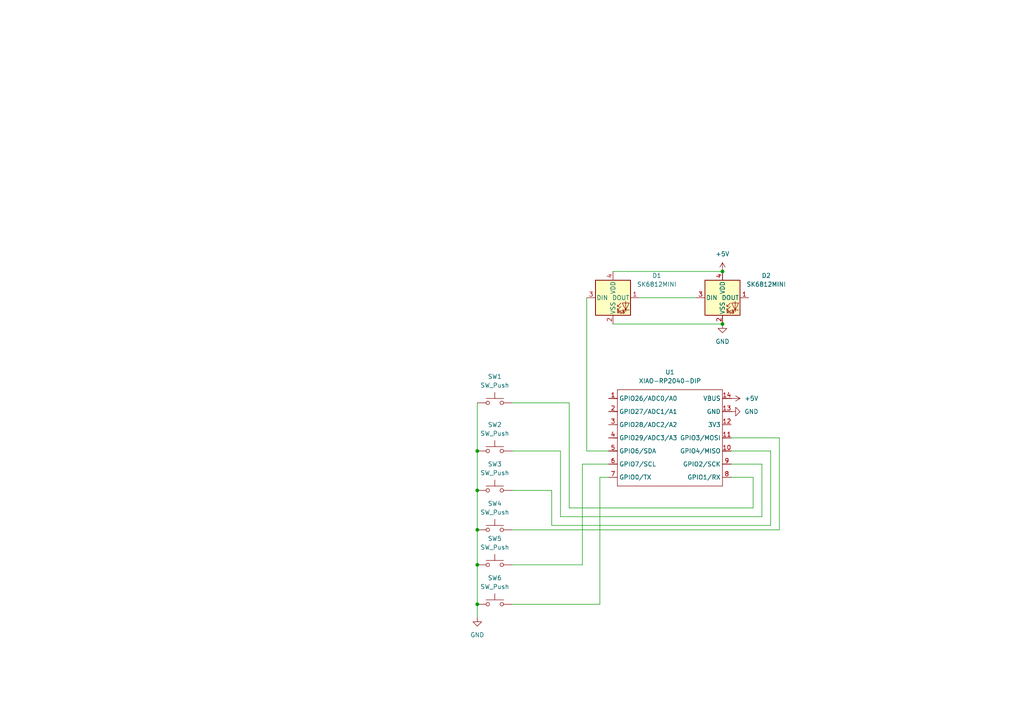
<source format=kicad_sch>
(kicad_sch (version 20250114) (generator "eeschema") (generator_version "9.0")
  (paper "A4")
  (lib_symbols
    (symbol "LED:SK6812MINI" (pin_names (offset 0.254))
      (property "Reference" "D" (at 5.08 5.715 0))
      (property "Value" "SK6812MINI" (at 1.27 -5.715 0))
      (symbol "SK6812MINI_0_0"
        (text "RGB" (at 2.286 -4.191 0) (effects (font (size 0.762 0.762))))
      )
      (symbol "SK6812MINI_0_1"
        (polyline (pts (xy 1.27 -2.54) (xy 1.778 -2.54)))
        (polyline (pts (xy 1.27 -3.556) (xy 1.778 -3.556)))
        (polyline (pts (xy 2.286 -1.524) (xy 1.27 -2.54) (xy 1.27 -2.032)))
        (polyline (pts (xy 2.286 -2.54) (xy 1.27 -3.556) (xy 1.27 -3.048)))
        (polyline (pts (xy 3.683 -1.016) (xy 3.683 -3.556) (xy 3.683 -4.064)))
        (polyline (pts (xy 4.699 -1.524) (xy 2.667 -1.524) (xy 3.683 -3.556) (xy 4.699 -1.524)))
        (polyline (pts (xy 4.699 -3.556) (xy 2.667 -3.556)))
        (rectangle (start 5.08 5.08) (end -5.08 -5.08) (stroke (width 0.254)) (fill (type background)))
      )
      (symbol "SK6812MINI_1_1"
        (pin input line (at -7.62 0 0) (length 2.54) (name "DIN") (number "3"))
        (pin power_in line (at 0 7.62 270) (length 2.54) (name "VDD") (number "4"))
        (pin power_in line (at 0 -7.62 90) (length 2.54) (name "VSS") (number "2"))
        (pin output line (at 7.62 0 180) (length 2.54) (name "DOUT") (number "1"))
      )
    )
    (symbol "OPL:XIAO-RP2040-DIP"
      (property "Reference" "U" (at 0 0 0))
      (property "Value" "XIAO-RP2040-DIP" (at 5.334 -1.778 0))
      (symbol "XIAO-RP2040-DIP_1_0"
        (polyline (pts (xy -1.27 -2.54) (xy 29.21 -2.54)) (stroke (width 0.1524)))
        (polyline (pts (xy -1.27 -5.08) (xy -2.54 -5.08)) (stroke (width 0.1524)))
        (polyline (pts (xy -1.27 -5.08) (xy -1.27 -2.54)) (stroke (width 0.1524)))
        (polyline (pts (xy -1.27 -8.89) (xy -2.54 -8.89)) (stroke (width 0.1524)))
        (polyline (pts (xy -1.27 -8.89) (xy -1.27 -5.08)) (stroke (width 0.1524)))
        (polyline (pts (xy -1.27 -12.7) (xy -2.54 -12.7)) (stroke (width 0.1524)))
        (polyline (pts (xy -1.27 -12.7) (xy -1.27 -8.89)) (stroke (width 0.1524)))
        (polyline (pts (xy -1.27 -16.51) (xy -2.54 -16.51)) (stroke (width 0.1524)))
        (polyline (pts (xy -1.27 -16.51) (xy -1.27 -12.7)) (stroke (width 0.1524)))
        (polyline (pts (xy -1.27 -20.32) (xy -2.54 -20.32)) (stroke (width 0.1524)))
        (polyline (pts (xy -1.27 -24.13) (xy -2.54 -24.13)) (stroke (width 0.1524)))
        (polyline (pts (xy -1.27 -27.94) (xy -2.54 -27.94)) (stroke (width 0.1524)))
        (polyline (pts (xy -1.27 -30.48) (xy -1.27 -16.51)) (stroke (width 0.1524)))
        (polyline (pts (xy 29.21 -2.54) (xy 29.21 -5.08)) (stroke (width 0.1524)))
        (polyline (pts (xy 29.21 -5.08) (xy 29.21 -8.89)) (stroke (width 0.1524)))
        (polyline (pts (xy 29.21 -8.89) (xy 29.21 -12.7)) (stroke (width 0.1524)))
        (polyline (pts (xy 29.21 -12.7) (xy 29.21 -30.48)) (stroke (width 0.1524)))
        (polyline (pts (xy 29.21 -30.48) (xy -1.27 -30.48)) (stroke (width 0.1524)))
        (polyline (pts (xy 30.48 -5.08) (xy 29.21 -5.08)) (stroke (width 0.1524)))
        (polyline (pts (xy 30.48 -8.89) (xy 29.21 -8.89)) (stroke (width 0.1524)))
        (polyline (pts (xy 30.48 -12.7) (xy 29.21 -12.7)) (stroke (width 0.1524)))
        (polyline (pts (xy 30.48 -16.51) (xy 29.21 -16.51)) (stroke (width 0.1524)))
        (polyline (pts (xy 30.48 -20.32) (xy 29.21 -20.32)) (stroke (width 0.1524)))
        (polyline (pts (xy 30.48 -24.13) (xy 29.21 -24.13)) (stroke (width 0.1524)))
        (polyline (pts (xy 30.48 -27.94) (xy 29.21 -27.94)) (stroke (width 0.1524)))
        (pin passive line (at -3.81 -5.08 0) (length 2.54) (name "GPIO26/ADC0/A0") (number "1"))
        (pin passive line (at -3.81 -8.89 0) (length 2.54) (name "GPIO27/ADC1/A1") (number "2"))
        (pin passive line (at -3.81 -12.7 0) (length 2.54) (name "GPIO28/ADC2/A2") (number "3"))
        (pin passive line (at -3.81 -16.51 0) (length 2.54) (name "GPIO29/ADC3/A3") (number "4"))
        (pin passive line (at -3.81 -20.32 0) (length 2.54) (name "GPIO6/SDA") (number "5"))
        (pin passive line (at -3.81 -24.13 0) (length 2.54) (name "GPIO7/SCL") (number "6"))
        (pin passive line (at -3.81 -27.94 0) (length 2.54) (name "GPIO0/TX") (number "7"))
        (pin passive line (at 31.75 -5.08 180) (length 2.54) (name "VBUS") (number "14"))
        (pin passive line (at 31.75 -8.89 180) (length 2.54) (name "GND") (number "13"))
        (pin passive line (at 31.75 -12.7 180) (length 2.54) (name "3V3") (number "12"))
        (pin passive line (at 31.75 -16.51 180) (length 2.54) (name "GPIO3/MOSI") (number "11"))
        (pin passive line (at 31.75 -20.32 180) (length 2.54) (name "GPIO4/MISO") (number "10"))
        (pin passive line (at 31.75 -24.13 180) (length 2.54) (name "GPIO2/SCK") (number "9"))
        (pin passive line (at 31.75 -27.94 180) (length 2.54) (name "GPIO1/RX") (number "8"))
      )
    )
    (symbol "Switch:SW_Push" (pin_numbers (hide yes)) (pin_names (offset 1.016) (hide yes))
      (property "Reference" "SW" (at 1.27 2.54 0))
      (property "Value" "SW_Push" (at 0 -1.524 0))
      (symbol "SW_Push_0_1"
        (circle (center -2.032 0) (radius 0.508))
        (polyline (pts (xy 0 1.27) (xy 0 3.048)))
        (circle (center 2.032 0) (radius 0.508))
        (polyline (pts (xy 2.54 1.27) (xy -2.54 1.27)))
        (pin passive line (at -5.08 0 0) (length 2.54) (name "1") (number "1"))
        (pin passive line (at 5.08 0 180) (length 2.54) (name "2") (number "2"))
      )
    )
    (symbol "power:+5V" (power) (pin_numbers (hide yes)) (pin_names (offset 0) (hide yes))
      (property "Value" "+5V" (at 0 3.556 0))
      (symbol "+5V_0_1"
        (polyline (pts (xy -0.762 1.27) (xy 0 2.54)))
        (polyline (pts (xy 0 2.54) (xy 0.762 1.27)))
        (polyline (pts (xy 0 0) (xy 0 2.54)))
      )
      (symbol "+5V_1_1"
        (pin power_in line (at 0 0 90) (length 0) (name "~") (number "1"))
      )
    )
    (symbol "power:GND" (power) (pin_numbers (hide yes)) (pin_names (offset 0) (hide yes))
      (property "Value" "GND" (at 0 -3.81 0))
      (symbol "GND_0_1"
        (polyline (pts (xy 0 0) (xy 0 -1.27) (xy 1.27 -1.27) (xy 0 -2.54) (xy -1.27 -1.27) (xy 0 -1.27)))
      )
      (symbol "GND_1_1"
        (pin power_in line (at 0 0 270) (length 0) (name "~") (number "1"))
      )
    )
  )
  (junction (at 138.43 142.24))
  (junction (at 138.43 130.81))
  (junction (at 138.43 153.67))
  (junction (at 138.43 163.83))
  (junction (at 138.43 175.26))
  (junction (at 209.55 78.74))
  (junction (at 209.55 93.98))
  (wire (pts (xy 170.18 130.81) (xy 176.53 130.81)))
  (wire (pts (xy 138.43 130.81) (xy 138.43 142.24)))
  (wire (pts (xy 168.91 163.83) (xy 168.91 134.62)))
  (wire (pts (xy 177.8 93.98) (xy 209.55 93.98)))
  (wire (pts (xy 220.98 149.86) (xy 220.98 134.62)))
  (wire (pts (xy 173.99 138.43) (xy 176.53 138.43)))
  (wire (pts (xy 138.43 175.26) (xy 138.43 179.07)))
  (wire (pts (xy 223.52 130.81) (xy 212.09 130.81)))
  (wire (pts (xy 160.02 152.4) (xy 223.52 152.4)))
  (wire (pts (xy 170.18 86.36) (xy 170.18 130.81)))
  (wire (pts (xy 148.59 116.84) (xy 165.1 116.84)))
  (wire (pts (xy 148.59 175.26) (xy 173.99 175.26)))
  (wire (pts (xy 173.99 175.26) (xy 173.99 138.43)))
  (wire (pts (xy 218.44 147.32) (xy 218.44 138.43)))
  (wire (pts (xy 165.1 116.84) (xy 165.1 147.32)))
  (wire (pts (xy 162.56 130.81) (xy 162.56 149.86)))
  (wire (pts (xy 226.06 153.67) (xy 226.06 127)))
  (wire (pts (xy 148.59 153.67) (xy 226.06 153.67)))
  (wire (pts (xy 223.52 152.4) (xy 223.52 130.81)))
  (wire (pts (xy 138.43 153.67) (xy 138.43 163.83)))
  (wire (pts (xy 220.98 134.62) (xy 212.09 134.62)))
  (wire (pts (xy 226.06 127) (xy 212.09 127)))
  (wire (pts (xy 165.1 147.32) (xy 218.44 147.32)))
  (wire (pts (xy 148.59 130.81) (xy 162.56 130.81)))
  (wire (pts (xy 148.59 142.24) (xy 160.02 142.24)))
  (wire (pts (xy 138.43 116.84) (xy 138.43 130.81)))
  (wire (pts (xy 218.44 138.43) (xy 212.09 138.43)))
  (wire (pts (xy 162.56 149.86) (xy 220.98 149.86)))
  (wire (pts (xy 138.43 163.83) (xy 138.43 175.26)))
  (wire (pts (xy 177.8 78.74) (xy 209.55 78.74)))
  (wire (pts (xy 160.02 142.24) (xy 160.02 152.4)))
  (wire (pts (xy 185.42 86.36) (xy 201.93 86.36)))
  (wire (pts (xy 148.59 163.83) (xy 168.91 163.83)))
  (wire (pts (xy 138.43 142.24) (xy 138.43 153.67)))
  (wire (pts (xy 168.91 134.62) (xy 176.53 134.62)))
  (symbol (lib_id "Switch:SW_Push") (at 143.51 130.81 0) (unit 1)
    (property "Reference" "SW2" (at 143.51 123.19 0))
    (property "Value" "SW_Push" (at 143.51 125.73 0))
    (property "Footprint" "Button_Switch_Keyboard:SW_Cherry_MX_1.00u_PCB" (effects (hide yes)))
    (property "Description" "Push button switch, generic, two pins" (effects (hide yes)))
  )
  (symbol (lib_id "Switch:SW_Push") (at 143.51 175.26 0) (unit 1)
    (property "Reference" "SW6" (at 143.51 167.64 0))
    (property "Value" "SW_Push" (at 143.51 170.18 0))
    (property "Footprint" "Button_Switch_Keyboard:SW_Cherry_MX_1.00u_PCB" (effects (hide yes)))
    (property "Description" "Push button switch, generic, two pins" (effects (hide yes)))
  )
  (symbol (lib_id "power:GND") (at 212.09 119.38 90) (unit 1)
    (property "Reference" "#PWR04" (effects (hide yes)))
    (property "Value" "GND" (at 215.9 119.3799 90) (effects (justify right)))
    (property "Description" "Power symbol creates a global label with name \"GND\" , ground" (effects (hide yes)))
  )
  (symbol (lib_id "LED:SK6812MINI") (at 177.8 86.36 0) (unit 1)
    (property "Reference" "D1" (at 190.5 79.9398 0))
    (property "Value" "SK6812MINI" (at 190.5 82.4798 0))
    (property "Footprint" "LED_SMD:LED_SK6812MINI_PLCC4_3.5x3.5mm_P1.75mm" (effects (hide yes)))
    (property "Datasheet" "https://cdn-shop.adafruit.com/product-files/2686/SK6812MINI_REV.01-1-2.pdf" (effects (hide yes)))
    (property "Description" "RGB LED with integrated controller" (effects (hide yes)))
  )
  (symbol (lib_id "Switch:SW_Push") (at 143.51 153.67 0) (unit 1)
    (property "Reference" "SW4" (at 143.51 146.05 0))
    (property "Value" "SW_Push" (at 143.51 148.59 0))
    (property "Footprint" "Button_Switch_Keyboard:SW_Cherry_MX_1.00u_PCB" (effects (hide yes)))
    (property "Description" "Push button switch, generic, two pins" (effects (hide yes)))
  )
  (symbol (lib_id "power:+5V") (at 209.55 78.74 0) (unit 1)
    (property "Reference" "#PWR02" (effects (hide yes)))
    (property "Value" "+5V" (at 209.55 73.66 0))
    (property "Description" "Power symbol creates a global label with name \"+5V\"" (effects (hide yes)))
  )
  (symbol (lib_id "Switch:SW_Push") (at 143.51 142.24 0) (unit 1)
    (property "Reference" "SW3" (at 143.51 134.62 0))
    (property "Value" "SW_Push" (at 143.51 137.16 0))
    (property "Footprint" "Button_Switch_Keyboard:SW_Cherry_MX_1.00u_PCB" (effects (hide yes)))
    (property "Description" "Push button switch, generic, two pins" (effects (hide yes)))
  )
  (symbol (lib_id "LED:SK6812MINI") (at 209.55 86.36 0) (unit 1)
    (property "Reference" "D2" (at 222.25 79.9398 0))
    (property "Value" "SK6812MINI" (at 222.25 82.4798 0))
    (property "Footprint" "LED_SMD:LED_SK6812MINI_PLCC4_3.5x3.5mm_P1.75mm" (effects (hide yes)))
    (property "Datasheet" "https://cdn-shop.adafruit.com/product-files/2686/SK6812MINI_REV.01-1-2.pdf" (effects (hide yes)))
    (property "Description" "RGB LED with integrated controller" (effects (hide yes)))
  )
  (symbol (lib_id "power:GND") (at 209.55 93.98 0) (unit 1)
    (property "Reference" "#PWR03" (effects (hide yes)))
    (property "Value" "GND" (at 209.55 99.06 0))
    (property "Description" "Power symbol creates a global label with name \"GND\" , ground" (effects (hide yes)))
  )
  (symbol (lib_id "power:+5V") (at 212.09 115.57 270) (unit 1)
    (property "Reference" "#PWR05" (effects (hide yes)))
    (property "Value" "+5V" (at 215.9 115.5699 90) (effects (justify left)))
    (property "Description" "Power symbol creates a global label with name \"+5V\"" (effects (hide yes)))
  )
  (symbol (lib_id "OPL:XIAO-RP2040-DIP") (at 180.34 110.49 0) (unit 1)
    (property "Reference" "U1" (at 194.31 107.95 0))
    (property "Value" "XIAO-RP2040-DIP" (at 194.31 110.49 0))
    (property "Footprint" "OPL:XIAO-RP2040-DIP" (effects (hide yes)))
  )
  (symbol (lib_id "power:GND") (at 138.43 179.07 0) (unit 1)
    (property "Reference" "#PWR01" (effects (hide yes)))
    (property "Value" "GND" (at 138.43 184.15 0))
    (property "Description" "Power symbol creates a global label with name \"GND\" , ground" (effects (hide yes)))
  )
  (symbol (lib_id "Switch:SW_Push") (at 143.51 116.84 0) (unit 1)
    (property "Reference" "SW1" (at 143.51 109.22 0))
    (property "Value" "SW_Push" (at 143.51 111.76 0))
    (property "Footprint" "Button_Switch_Keyboard:SW_Cherry_MX_1.00u_PCB" (effects (hide yes)))
    (property "Description" "Push button switch, generic, two pins" (effects (hide yes)))
  )
  (symbol (lib_id "Switch:SW_Push") (at 143.51 163.83 0) (unit 1)
    (property "Reference" "SW5" (at 143.51 156.21 0))
    (property "Value" "SW_Push" (at 143.51 158.75 0))
    (property "Footprint" "Button_Switch_Keyboard:SW_Cherry_MX_1.00u_PCB" (effects (hide yes)))
    (property "Description" "Push button switch, generic, two pins" (effects (hide yes)))
  )
)
</source>
